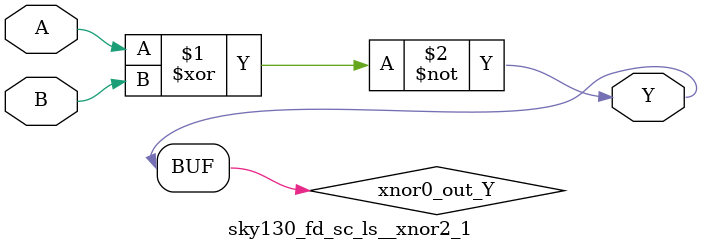
<source format=v>
/*
 * Copyright 2020 The SkyWater PDK Authors
 *
 * Licensed under the Apache License, Version 2.0 (the "License");
 * you may not use this file except in compliance with the License.
 * You may obtain a copy of the License at
 *
 *     https://www.apache.org/licenses/LICENSE-2.0
 *
 * Unless required by applicable law or agreed to in writing, software
 * distributed under the License is distributed on an "AS IS" BASIS,
 * WITHOUT WARRANTIES OR CONDITIONS OF ANY KIND, either express or implied.
 * See the License for the specific language governing permissions and
 * limitations under the License.
 *
 * SPDX-License-Identifier: Apache-2.0
*/


`ifndef SKY130_FD_SC_LS__XNOR2_1_FUNCTIONAL_V
`define SKY130_FD_SC_LS__XNOR2_1_FUNCTIONAL_V

/**
 * xnor2: 2-input exclusive NOR.
 *
 *        Y = !(A ^ B)
 *
 * Verilog simulation functional model.
 */

`timescale 1ns / 1ps
`default_nettype none

`celldefine
module sky130_fd_sc_ls__xnor2_1 (
    Y,
    A,
    B
);

    // Module ports
    output Y;
    input  A;
    input  B;

    // Local signals
    wire xnor0_out_Y;

    //   Name   Output       Other arguments
    xnor xnor0 (xnor0_out_Y, A, B           );
    buf  buf0  (Y          , xnor0_out_Y    );

endmodule
`endcelldefine

`default_nettype wire
`endif  // SKY130_FD_SC_LS__XNOR2_1_FUNCTIONAL_V

</source>
